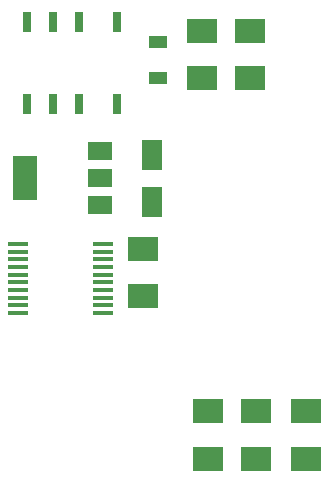
<source format=gtp>
G04 #@! TF.GenerationSoftware,KiCad,Pcbnew,(5.1.8)-1*
G04 #@! TF.CreationDate,2021-08-31T14:43:48+02:00*
G04 #@! TF.ProjectId,fanboard3,66616e62-6f61-4726-9433-2e6b69636164,rev?*
G04 #@! TF.SameCoordinates,Original*
G04 #@! TF.FileFunction,Paste,Top*
G04 #@! TF.FilePolarity,Positive*
%FSLAX46Y46*%
G04 Gerber Fmt 4.6, Leading zero omitted, Abs format (unit mm)*
G04 Created by KiCad (PCBNEW (5.1.8)-1) date 2021-08-31 14:43:48*
%MOMM*%
%LPD*%
G01*
G04 APERTURE LIST*
%ADD10R,1.800000X2.500000*%
%ADD11R,2.000000X3.800000*%
%ADD12R,2.000000X1.500000*%
%ADD13R,0.800000X1.800000*%
%ADD14R,1.750000X0.450000*%
%ADD15R,2.500000X2.000000*%
%ADD16R,1.600000X1.000000*%
G04 APERTURE END LIST*
D10*
X242850000Y-122400000D03*
X242850000Y-126400000D03*
D11*
X232100000Y-124400000D03*
D12*
X238400000Y-124400000D03*
X238400000Y-122100000D03*
X238400000Y-126700000D03*
D13*
X239850000Y-111150000D03*
X236650000Y-111150000D03*
X234450000Y-111150000D03*
X232250000Y-111150000D03*
X232250000Y-118150000D03*
X234450000Y-118150000D03*
X236650000Y-118150000D03*
X239850000Y-118150000D03*
D14*
X231500000Y-129975000D03*
X231500000Y-130625000D03*
X231500000Y-131275000D03*
X231500000Y-131925000D03*
X231500000Y-132575000D03*
X231500000Y-133225000D03*
X231500000Y-133875000D03*
X231500000Y-134525000D03*
X231500000Y-135175000D03*
X231500000Y-135825000D03*
X238700000Y-135825000D03*
X238700000Y-135175000D03*
X238700000Y-134525000D03*
X238700000Y-133875000D03*
X238700000Y-133225000D03*
X238700000Y-132575000D03*
X238700000Y-131925000D03*
X238700000Y-131275000D03*
X238700000Y-130625000D03*
X238700000Y-129975000D03*
D15*
X242100000Y-130400000D03*
X242100000Y-134400000D03*
X247100000Y-111900000D03*
X247100000Y-115900000D03*
X251100000Y-115900000D03*
X251100000Y-111900000D03*
X255850000Y-144150000D03*
X255850000Y-148150000D03*
X251600000Y-144150000D03*
X251600000Y-148150000D03*
X247600000Y-144150000D03*
X247600000Y-148150000D03*
D16*
X243350000Y-115900000D03*
X243350000Y-112900000D03*
M02*

</source>
